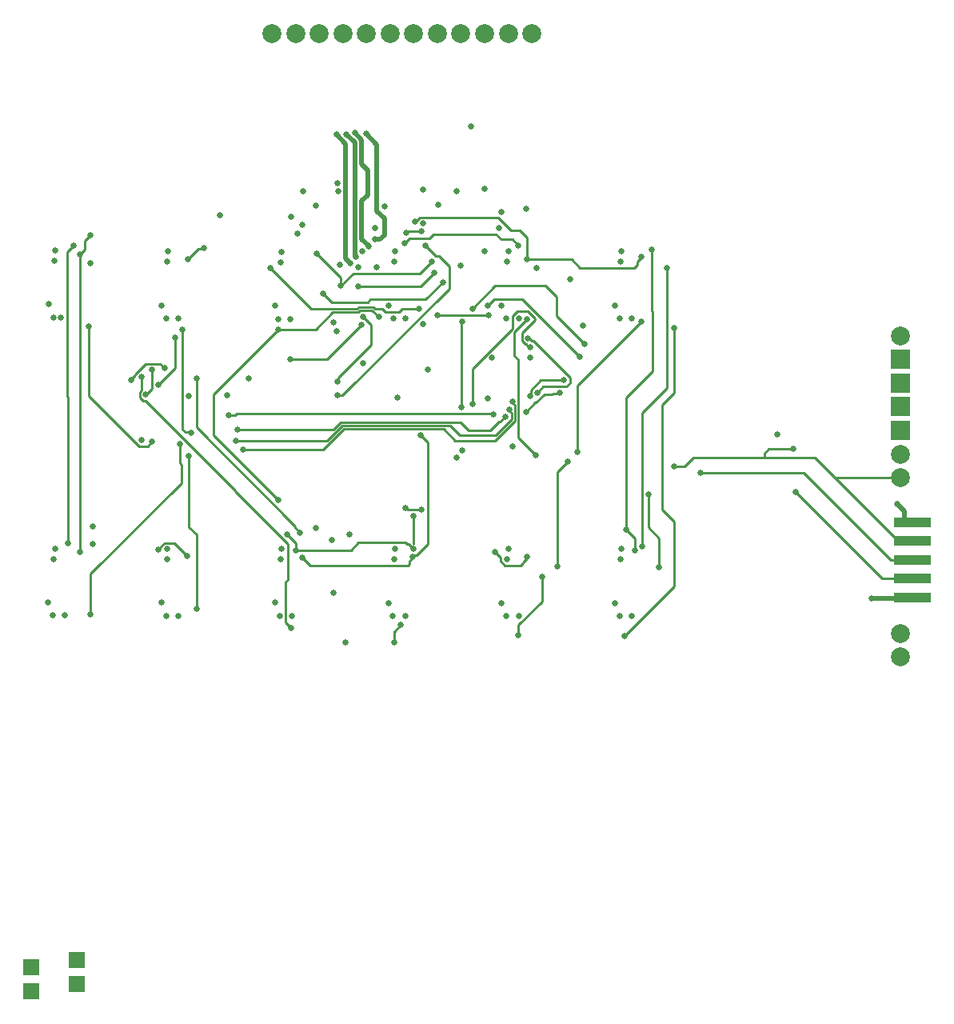
<source format=gbl>
G04*
G04 #@! TF.GenerationSoftware,Altium Limited,Altium Designer,25.8.1 (18)*
G04*
G04 Layer_Physical_Order=4*
G04 Layer_Color=16711680*
%FSLAX25Y25*%
%MOIN*%
G70*
G04*
G04 #@! TF.SameCoordinates,D7B17AD9-CECF-4355-90E1-2D70A65D62F1*
G04*
G04*
G04 #@! TF.FilePolarity,Positive*
G04*
G01*
G75*
%ADD15C,0.01000*%
%ADD44R,0.15748X0.03937*%
%ADD71C,0.01968*%
%ADD72C,0.07874*%
%ADD73R,0.07874X0.07874*%
%ADD74R,0.07087X0.07087*%
%ADD75C,0.02598*%
D15*
X533858Y289620D02*
X535827Y291589D01*
X533858Y287795D02*
Y289620D01*
Y287795D02*
X555118D01*
X563386Y279528D02*
X590470D01*
X370079Y335039D02*
Y343150D01*
X355906Y319685D02*
X356211Y319991D01*
Y321172D02*
X370079Y335039D01*
X356211Y319991D02*
Y321172D01*
X355906Y313779D02*
X358153D01*
X402587Y358213D01*
X590470Y279528D02*
X590584Y279641D01*
X535827Y291589D02*
X546063D01*
X563386Y279528D02*
X589764Y253150D01*
X504298Y287795D02*
X533858D01*
X500755Y284252D02*
X504298Y287795D01*
X555118D02*
X563386Y279528D01*
X496457Y284252D02*
X500755D01*
X496457Y314862D02*
Y341732D01*
X491339Y309744D02*
X496457Y314862D01*
Y234252D02*
Y261122D01*
X491339Y266240D02*
X496457Y261122D01*
X550394Y281496D02*
X586614Y245276D01*
X507502Y281496D02*
X550394D01*
X589764Y253150D02*
X595669D01*
X432846Y336579D02*
Y339736D01*
X437071Y336445D02*
X437686D01*
X434362Y335063D02*
X434583D01*
X435788Y333858D01*
X432846Y336579D02*
X434362Y335063D01*
X435788Y333858D02*
X436221D01*
X435433Y337650D02*
X435866D01*
X437071Y336445D01*
X437686D02*
X452980Y321150D01*
X397724Y347215D02*
X418869D01*
X407708Y309047D02*
Y344322D01*
X313429Y305602D02*
X313929Y306102D01*
X310720Y305602D02*
X313429D01*
X310630Y305512D02*
X310720Y305602D01*
X313929Y306102D02*
X420669D01*
X304331Y297244D02*
X331496Y270079D01*
X304331Y314173D02*
X331496Y341339D01*
X304331Y297244D02*
Y314173D01*
X374677Y350000D02*
X376126Y348551D01*
X381534D01*
X369751Y353724D02*
X392701D01*
X336221Y328740D02*
X351575D01*
X366084Y343250D01*
X387829Y246413D02*
X388605Y247189D01*
X386117Y244739D02*
X387396Y246019D01*
Y246413D01*
X388605Y247189D02*
X388867D01*
X385803Y251768D02*
X387795Y249776D01*
X384496Y252394D02*
X385122Y251768D01*
X387402Y246413D02*
X387829D01*
X385122Y251768D02*
X385803D01*
X393701Y252023D02*
Y294094D01*
X388867Y247189D02*
X393701Y252023D01*
X546850Y273622D02*
X583071Y237402D01*
X595669D01*
X586614Y245276D02*
X595669D01*
X433039Y353969D02*
X457087Y329921D01*
X421291Y353969D02*
X433039D01*
X438266Y345155D02*
Y345984D01*
X432846Y339736D02*
X438266Y345155D01*
X429528Y340158D02*
X434981Y345611D01*
X431043Y349043D02*
X435206D01*
X438266Y345984D01*
X447244Y346850D02*
X458936Y335158D01*
X447244Y346850D02*
Y354724D01*
X442520Y359449D02*
X447244Y354724D01*
X421654Y359449D02*
X442520D01*
X412205Y350000D02*
X421654Y359449D01*
X418504Y351181D02*
X421291Y353969D01*
X418869Y347215D02*
X418898Y347244D01*
X397695Y347187D02*
X397724Y347215D01*
X485658Y272496D02*
X485827Y272665D01*
X485658Y258831D02*
Y272496D01*
X364783Y252394D02*
X384496D01*
X387795Y251969D02*
Y263428D01*
X490158Y242126D02*
Y254331D01*
X485658Y258831D02*
X490158Y254331D01*
X384252Y266929D02*
X384684D01*
X385472Y266142D01*
X390945D01*
X390551Y297244D02*
X393701Y294094D01*
X273541Y315185D02*
X274295Y315939D01*
X276127Y314114D02*
X276238D01*
X273541Y313042D02*
Y315185D01*
Y313042D02*
X275056Y311527D01*
X276238Y314114D02*
X278516Y316391D01*
X274295Y315939D02*
Y321539D01*
X275874Y311527D02*
X313316Y274085D01*
X275056Y311527D02*
X275874D01*
X429528Y330675D02*
X431496Y328707D01*
Y296063D02*
Y328707D01*
X423277Y302843D02*
X423800D01*
X428909Y310827D02*
Y311260D01*
X428709Y303908D02*
Y306249D01*
X422045Y297244D02*
X428709Y303908D01*
X430102Y303331D02*
Y309634D01*
X427516Y307441D02*
X428709Y306249D01*
X419553Y299119D02*
X423277Y302843D01*
X423800D02*
X425871Y304914D01*
X431496Y296063D02*
X438583Y288976D01*
X421654Y294882D02*
X430102Y303331D01*
X427516Y307441D02*
Y307874D01*
X428909Y310827D02*
X430102Y309634D01*
X412205Y310236D02*
Y324945D01*
X428941Y341681D01*
Y346941D01*
X431043Y349043D01*
X429528Y330675D02*
Y340158D01*
X452980Y319007D02*
Y321150D01*
X451381Y317408D02*
X452980Y319007D01*
X441744Y317408D02*
X451381D01*
X439370Y315034D02*
X441744Y317408D01*
X440757Y320079D02*
X450394D01*
X436600Y315923D02*
X440757Y320079D01*
X436600Y313861D02*
Y315923D01*
X436295Y313555D02*
X436600Y313861D01*
X438820Y310826D02*
X442167Y314173D01*
X445380D01*
X434557Y306998D02*
X438385Y310826D01*
X434557Y306914D02*
Y306998D01*
X438385Y310826D02*
X438820D01*
X445380Y314173D02*
X445880Y314673D01*
X448531D01*
X448679Y314821D01*
X420669Y306102D02*
X420866Y305906D01*
X405118Y294882D02*
X421654D01*
X410723Y299119D02*
X419553D01*
X400169Y299831D02*
X405118Y294882D01*
X403106Y301224D02*
X407087Y297244D01*
X422045D01*
X407224Y302618D02*
X410723Y299119D01*
X357387Y302618D02*
X407224D01*
X354375Y299606D02*
X357387Y302618D01*
X314173Y299606D02*
X354375D01*
X357964Y301224D02*
X403106D01*
X351622Y294882D02*
X357964Y301224D01*
X313779Y294882D02*
X351622D01*
X358541Y299831D02*
X400169D01*
X350049Y291339D02*
X358541Y299831D01*
X316535Y291339D02*
X350049D01*
X297244Y300394D02*
Y320866D01*
X340213Y256450D02*
Y256718D01*
X338367Y258563D02*
X340213Y256718D01*
X338367Y258563D02*
Y259271D01*
X297244Y300394D02*
X338367Y259271D01*
X291339Y299606D02*
X292501Y298443D01*
X291339Y299606D02*
Y341339D01*
X281260Y318268D02*
X288189Y325197D01*
X282059Y326996D02*
X283858Y325197D01*
X276094Y326996D02*
X282059D01*
X271708Y322610D02*
X276094Y326996D01*
X271708Y322141D02*
Y322610D01*
X270079Y320511D02*
X271708Y322141D01*
X270079Y320079D02*
Y320511D01*
X294633Y298443D02*
X294939Y298137D01*
X292501Y298443D02*
X294633D01*
X402587Y358213D02*
Y367492D01*
X447638Y281890D02*
X451968Y286221D01*
X447638Y242520D02*
Y281890D01*
X455905Y290158D02*
Y317717D01*
X482677Y344488D01*
X335039Y255906D02*
X338583Y252362D01*
X313316Y273971D02*
Y274085D01*
Y273971D02*
X335264Y252023D01*
X441339Y228007D02*
Y238189D01*
X431496Y218165D02*
X441339Y228007D01*
X431496Y213779D02*
Y218165D01*
X334421Y219122D02*
X336614Y216929D01*
X334421Y219122D02*
Y236078D01*
X379528Y215354D02*
X382283Y218110D01*
X379528Y211024D02*
Y215354D01*
X475591Y213386D02*
X496457Y234252D01*
X491339Y266240D02*
Y309744D01*
X493307Y316752D02*
Y366929D01*
X483071Y306516D02*
X493307Y316752D01*
X370432Y349253D02*
X373228Y346457D01*
X365398Y349253D02*
X370432D01*
X364751Y348606D02*
X365398Y349253D01*
X354116Y348606D02*
X364751D01*
X346848Y341339D02*
X354116Y348606D01*
X331496Y341339D02*
X346848D01*
X364820Y350647D02*
X371009D01*
X364173Y350000D02*
X364820Y350647D01*
X371009D02*
X371656Y350000D01*
X374677D01*
X344882D02*
X364173D01*
X366562Y346667D02*
X370079Y343150D01*
X353768Y352532D02*
X368559D01*
X327953Y366929D02*
X344882Y350000D01*
X381534Y348551D02*
X382983Y350000D01*
X390158D01*
X294094Y259036D02*
X297244Y255886D01*
X294094Y259036D02*
Y288583D01*
X297244Y224803D02*
Y255886D01*
X278516Y316391D02*
Y324185D01*
X278740Y324410D01*
X335264Y236921D02*
Y252023D01*
X334421Y236078D02*
X335264Y236921D01*
X290945Y277382D02*
Y284874D01*
X338583Y249213D02*
Y252362D01*
X290297Y285522D02*
X290945Y284874D01*
X290297Y285522D02*
Y293447D01*
X253150Y239586D02*
X290945Y277382D01*
X253150Y222441D02*
Y239586D01*
X288189Y325197D02*
Y337795D01*
X276941Y292689D02*
X278740Y294488D01*
X273338Y292689D02*
X276941D01*
X252362Y313665D02*
X273338Y292689D01*
X252362Y313665D02*
Y342520D01*
X487008Y349104D02*
Y374410D01*
X487402Y323838D02*
Y348711D01*
X487008Y349104D02*
X487402Y348711D01*
X483071Y250787D02*
Y306516D01*
X476378Y312815D02*
X487402Y323838D01*
X476378Y257874D02*
Y312815D01*
X479921Y249213D02*
Y254331D01*
X476378Y257874D02*
X479921Y254331D01*
X341339Y246063D02*
X344512Y242890D01*
X385409D01*
X433319Y243949D02*
Y244304D01*
X435039Y246024D02*
Y246457D01*
X433319Y244304D02*
X435039Y246024D01*
X432260Y242890D02*
X433319Y243949D01*
X425732Y242890D02*
X432260D01*
X423846Y244776D02*
X425732Y242890D01*
X423846Y244776D02*
Y246233D01*
X421654Y248425D02*
X423846Y246233D01*
X386117Y243597D02*
Y244739D01*
X385409Y242890D02*
X386117Y243597D01*
X361602Y249213D02*
X364783Y252394D01*
X338583Y249213D02*
X361602D01*
X287841Y252317D02*
X293307Y246850D01*
X284092Y252317D02*
X287841D01*
X281496Y249721D02*
X284092Y252317D01*
X281496Y249606D02*
Y249721D01*
X243701Y252362D02*
Y313012D01*
X243307Y313405D02*
X243701Y313012D01*
X243307Y313405D02*
Y373622D01*
X246063Y376378D01*
X248819Y248425D02*
Y372441D01*
X250787Y378346D02*
X253150Y380709D01*
X250787Y374409D02*
Y378346D01*
X248819Y372441D02*
X250787Y374409D01*
X300088Y374891D02*
X300394Y375197D01*
X298119Y374891D02*
X300088D01*
X293701Y370472D02*
X298119Y374891D01*
X480938Y369481D02*
X482677Y371221D01*
X479504Y366905D02*
X480938Y368339D01*
X482677Y371221D02*
Y371654D01*
X480938Y368339D02*
Y369481D01*
X457079Y366905D02*
X479504D01*
X453512Y370472D02*
X457079Y366905D01*
X435039Y370472D02*
X453512D01*
X385648Y382148D02*
X390911D01*
X385016Y381516D02*
X385648Y382148D01*
X428361Y382538D02*
X432029D01*
X435039Y370472D02*
Y379528D01*
X432029Y382538D02*
X435039Y379528D01*
X429134Y378740D02*
X431496Y376378D01*
X422102Y380933D02*
X424295Y378740D01*
X429134D01*
X422879Y388020D02*
X428361Y382538D01*
X390348Y388020D02*
X422879D01*
X388549Y386221D02*
X390348Y388020D01*
X388189Y386221D02*
X388549D01*
X384583Y381516D02*
X385016D01*
X395894Y380933D02*
X422102D01*
X394285Y379324D02*
X395894Y380933D01*
X386098Y379324D02*
X394285D01*
X397115Y371782D02*
X398297D01*
X392520Y376378D02*
X397115Y371782D01*
X398297D02*
X402587Y367492D01*
X362598Y364567D02*
X390168D01*
X395301Y369700D01*
X384142Y377369D02*
X386098Y379324D01*
X384094Y377369D02*
X384142D01*
X357480Y359449D02*
Y362936D01*
X347482Y372934D02*
X357480Y362936D01*
X364567Y359055D02*
X390551D01*
X396647Y365151D01*
X392701Y353724D02*
X400000Y361024D01*
X357480Y359449D02*
X362598Y364567D01*
X368559Y352532D02*
X369751Y353724D01*
X350000Y356299D02*
X353768Y352532D01*
D44*
X595669Y261024D02*
D03*
Y229528D02*
D03*
X595669Y237402D02*
D03*
X595669Y245276D02*
D03*
X595669Y253150D02*
D03*
D71*
X593361Y261024D02*
X595669D01*
X592377Y262008D02*
X593361Y261024D01*
X592377Y262008D02*
Y265497D01*
X589370Y268504D02*
X592377Y265497D01*
X595396Y229254D02*
X595669Y229528D01*
X578861Y229254D02*
X595396D01*
X578740Y229134D02*
X578861Y229254D01*
X375590Y380709D02*
Y387402D01*
X372441Y390551D02*
X375590Y387402D01*
X373676Y378794D02*
X375590Y380709D01*
X371707Y378794D02*
X373676D01*
X371654Y378740D02*
X371707Y378794D01*
X372441Y390551D02*
Y418370D01*
X367846Y422964D02*
X372441Y418370D01*
X363390Y423078D02*
X366142Y420326D01*
Y410065D02*
Y420326D01*
X363390Y423078D02*
Y423248D01*
X363238Y372587D02*
Y419058D01*
X359652Y422644D02*
X363238Y419058D01*
X355512Y422441D02*
X359449Y418504D01*
Y370866D02*
Y418504D01*
Y370866D02*
X361417Y368898D01*
X363442Y372119D02*
X363757Y371804D01*
Y371634D02*
Y371804D01*
X366142Y394732D02*
X368504Y397094D01*
X366142Y378967D02*
Y394732D01*
Y378967D02*
X368898Y376212D01*
X363238Y372587D02*
X363442Y372383D01*
Y372119D02*
Y372383D01*
X368898Y376041D02*
Y376212D01*
X366142Y410065D02*
X368504Y407703D01*
Y397094D02*
Y407703D01*
D72*
X590584Y279641D02*
D03*
X590551Y204724D02*
D03*
Y214567D02*
D03*
Y289370D02*
D03*
X437008Y464567D02*
D03*
X427165D02*
D03*
X417323D02*
D03*
X407480D02*
D03*
X397638D02*
D03*
X387795D02*
D03*
X377953D02*
D03*
X368110D02*
D03*
X358268D02*
D03*
X348425D02*
D03*
X338583D02*
D03*
X328740D02*
D03*
X590551Y338583D02*
D03*
D73*
Y299213D02*
D03*
Y309055D02*
D03*
Y318898D02*
D03*
Y328740D02*
D03*
D74*
X228346Y65591D02*
D03*
X247244Y68504D02*
D03*
X228346Y75590D02*
D03*
X247244Y78504D02*
D03*
D75*
X393701Y324410D02*
D03*
X381102Y312992D02*
D03*
X366535Y327165D02*
D03*
X346850Y258661D02*
D03*
X539370Y297494D02*
D03*
X546063Y291589D02*
D03*
X496457Y284252D02*
D03*
X507480Y281496D02*
D03*
X435433Y337650D02*
D03*
X407874Y344488D02*
D03*
X310630Y305512D02*
D03*
X309842Y313779D02*
D03*
X318898Y320866D02*
D03*
X377197Y351138D02*
D03*
X379165Y345870D02*
D03*
X355512Y340551D02*
D03*
X336476Y345669D02*
D03*
X331303D02*
D03*
X354331Y344094D02*
D03*
X405512Y287795D02*
D03*
X407874Y290945D02*
D03*
X361024Y255906D02*
D03*
X353543Y253543D02*
D03*
X387795Y249776D02*
D03*
X387396Y246413D02*
D03*
X379953Y249776D02*
D03*
X589370Y268504D02*
D03*
X578740Y229134D02*
D03*
X546850Y273622D02*
D03*
X457087Y329921D02*
D03*
X434981Y345611D02*
D03*
X458936Y335158D02*
D03*
X412205Y350000D02*
D03*
X418504Y351181D02*
D03*
X407541Y308880D02*
D03*
X418898Y347244D02*
D03*
X485827Y272665D02*
D03*
X490158Y242126D02*
D03*
X387795Y263386D02*
D03*
X384252Y266929D02*
D03*
X390945Y266142D02*
D03*
X276127Y314114D02*
D03*
X427516Y307874D02*
D03*
X428909Y311260D02*
D03*
X425871Y304914D02*
D03*
X412205Y310236D02*
D03*
X436221Y329528D02*
D03*
Y333858D02*
D03*
X420472Y329528D02*
D03*
X450394Y320079D02*
D03*
X439370Y315034D02*
D03*
X436295Y313555D02*
D03*
X434557Y306914D02*
D03*
X448679Y314821D02*
D03*
X420866Y305906D02*
D03*
X418504Y312598D02*
D03*
X297244Y320866D02*
D03*
X294094Y313386D02*
D03*
X281260Y318268D02*
D03*
X314173Y299606D02*
D03*
X313779Y294882D02*
D03*
X316535Y291339D02*
D03*
X283858Y325197D02*
D03*
X291339Y341339D02*
D03*
X270079Y320079D02*
D03*
X274295Y321539D02*
D03*
X390551Y297244D02*
D03*
X391732Y343701D02*
D03*
X355906Y313779D02*
D03*
Y319685D02*
D03*
X397695Y347187D02*
D03*
X294939Y298137D02*
D03*
X429134Y292520D02*
D03*
X411811Y425984D02*
D03*
X451968Y286221D02*
D03*
X447638Y242520D02*
D03*
X455905Y290158D02*
D03*
X482677Y344488D02*
D03*
X438583Y288976D02*
D03*
X253150Y368898D02*
D03*
X331496Y270079D02*
D03*
X340213Y256450D02*
D03*
X338583Y249213D02*
D03*
X335039Y255906D02*
D03*
X441339Y238189D02*
D03*
X431496Y213779D02*
D03*
X336614Y216929D02*
D03*
X379528Y211024D02*
D03*
X382283Y218110D02*
D03*
X379138Y221854D02*
D03*
X354331Y231496D02*
D03*
X359449Y211024D02*
D03*
X426354Y221854D02*
D03*
X473598D02*
D03*
X475591Y213386D02*
D03*
X496457Y341732D02*
D03*
X453150Y362205D02*
D03*
X458268Y342913D02*
D03*
X366562Y346667D02*
D03*
X331496Y341339D02*
D03*
X327953Y366929D02*
D03*
X366084Y343250D02*
D03*
X390158Y350000D02*
D03*
X373228Y346457D02*
D03*
X473598Y345961D02*
D03*
X426354Y345870D02*
D03*
X294094Y288583D02*
D03*
X297244Y224803D02*
D03*
X278740Y324410D02*
D03*
X336221Y328740D02*
D03*
X384339Y345870D02*
D03*
X384311Y221882D02*
D03*
X331835Y222047D02*
D03*
X290297Y293447D02*
D03*
X253150Y222441D02*
D03*
X288189Y337795D02*
D03*
X278740Y294488D02*
D03*
X252362Y342520D02*
D03*
X274410Y295276D02*
D03*
X253937Y251969D02*
D03*
Y259055D02*
D03*
X487008Y374410D02*
D03*
X493307Y366929D02*
D03*
X483071Y250787D02*
D03*
X476378Y257874D02*
D03*
X479921Y249213D02*
D03*
X427197Y249807D02*
D03*
X435039Y246457D02*
D03*
X426803Y245476D02*
D03*
X421654Y248425D02*
D03*
X341339Y246063D02*
D03*
X293307Y246850D02*
D03*
X285163Y249730D02*
D03*
X281496Y249606D02*
D03*
X248819Y248425D02*
D03*
X243701Y252362D02*
D03*
X240721Y346220D02*
D03*
X246063Y376378D02*
D03*
X248819Y372441D02*
D03*
X253150Y380709D02*
D03*
X293701Y370472D02*
D03*
X300394Y375197D02*
D03*
X482677Y371654D02*
D03*
X474441Y373823D02*
D03*
X390911Y382148D02*
D03*
X391732Y385433D02*
D03*
X431496Y376378D02*
D03*
X427197Y373791D02*
D03*
X388189Y386221D02*
D03*
X384583Y381516D02*
D03*
X392520Y376378D02*
D03*
X438976Y366929D02*
D03*
X435039Y370472D02*
D03*
X395301Y369700D02*
D03*
X384094Y377369D02*
D03*
X339370Y381102D02*
D03*
X347482Y372934D02*
D03*
X400000Y361024D02*
D03*
X396457Y364961D02*
D03*
X364567Y359055D02*
D03*
Y367154D02*
D03*
X350000Y356299D02*
D03*
X357480Y359449D02*
D03*
X379559Y369492D02*
D03*
X372441Y367323D02*
D03*
X379953Y373823D02*
D03*
X426824Y369483D02*
D03*
X434602Y391689D02*
D03*
X424451Y390106D02*
D03*
X307087Y388976D02*
D03*
X423228Y383465D02*
D03*
X407480Y367717D02*
D03*
X417323Y374016D02*
D03*
Y400000D02*
D03*
X405512Y398819D02*
D03*
X391732Y399606D02*
D03*
X398031Y393307D02*
D03*
X355906Y402362D02*
D03*
X375590Y392520D02*
D03*
X336614Y388189D02*
D03*
X357087Y368110D02*
D03*
X371648Y383458D02*
D03*
X341339Y385039D02*
D03*
X356299Y398819D02*
D03*
X367846Y422964D02*
D03*
X363390Y423248D02*
D03*
X359652Y422644D02*
D03*
X366308Y373860D02*
D03*
X363757Y371634D02*
D03*
X371654Y378740D02*
D03*
X355512Y422441D02*
D03*
X368898Y376041D02*
D03*
X361417Y368898D02*
D03*
X341732Y398819D02*
D03*
X346850Y392913D02*
D03*
X235409Y227583D02*
D03*
X237378Y222071D02*
D03*
X237772Y245693D02*
D03*
X238165Y250024D02*
D03*
X242496Y222071D02*
D03*
X474047Y369492D02*
D03*
X471685Y351382D02*
D03*
X474047Y245476D02*
D03*
X424441Y351382D02*
D03*
X471685Y227366D02*
D03*
X424441D02*
D03*
X332283Y369291D02*
D03*
X329921Y351181D02*
D03*
X284992Y369492D02*
D03*
X238094Y369842D02*
D03*
X235732Y351732D02*
D03*
X282630Y351382D02*
D03*
X379559Y245476D02*
D03*
X332283Y245669D02*
D03*
X377197Y227366D02*
D03*
X329921Y227559D02*
D03*
X285039Y245669D02*
D03*
X282677Y227559D02*
D03*
X478772Y345870D02*
D03*
X431528D02*
D03*
X332677Y373622D02*
D03*
X284598Y345870D02*
D03*
X285386Y373823D02*
D03*
X289717Y345870D02*
D03*
X474441Y249807D02*
D03*
X431528Y221854D02*
D03*
X478772D02*
D03*
X238488Y374173D02*
D03*
X337008Y222047D02*
D03*
X332677Y250000D02*
D03*
X237700Y346220D02*
D03*
X289764Y222047D02*
D03*
X284646D02*
D03*
M02*

</source>
